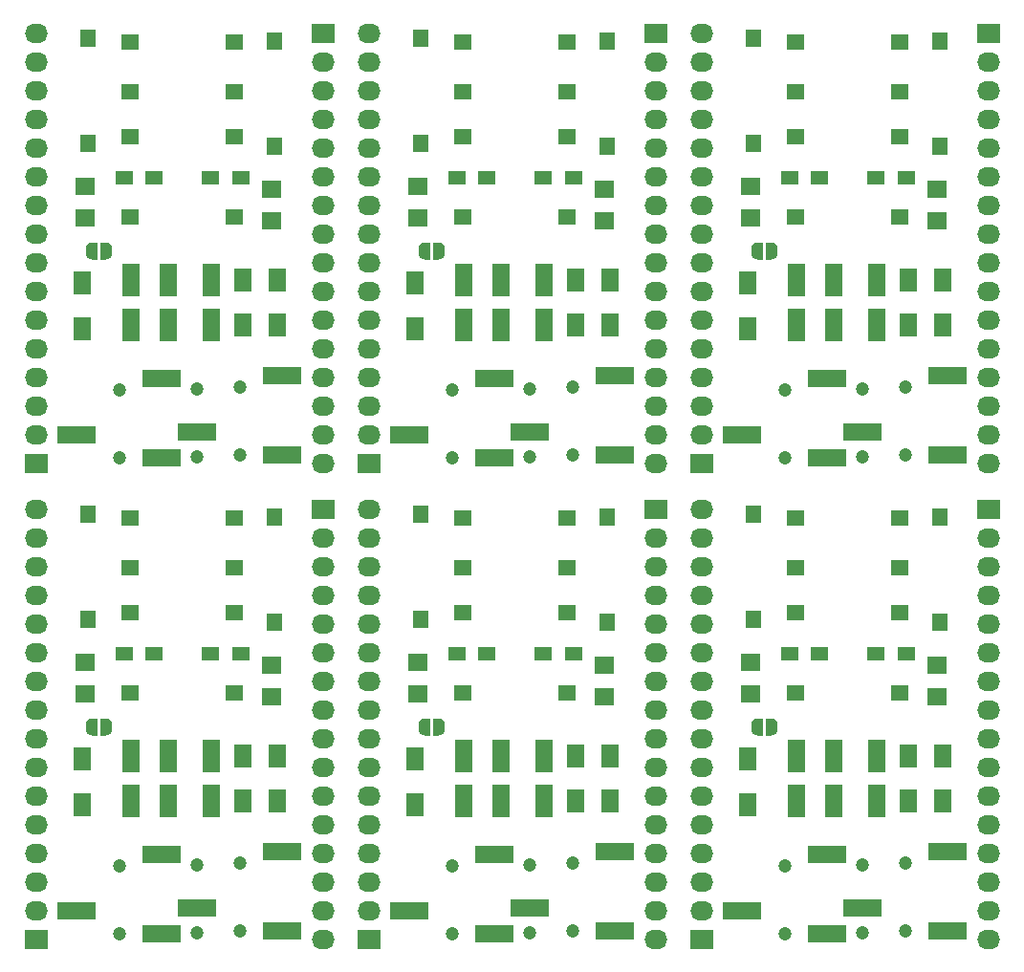
<source format=gbr>
G04 #@! TF.GenerationSoftware,KiCad,Pcbnew,5.0.0-rc2-dev-unknown-b813eac~63~ubuntu16.04.1*
G04 #@! TF.CreationDate,2018-04-08T16:52:17+02:00*
G04 #@! TF.ProjectId,f-6188multi,662D363138386D756C74692E6B696361,rev?*
G04 #@! TF.SameCoordinates,Original*
G04 #@! TF.FileFunction,Soldermask,Top*
G04 #@! TF.FilePolarity,Negative*
%FSLAX46Y46*%
G04 Gerber Fmt 4.6, Leading zero omitted, Abs format (unit mm)*
G04 Created by KiCad (PCBNEW 5.0.0-rc2-dev-unknown-b813eac~63~ubuntu16.04.1) date Sun Apr  8 16:52:17 2018*
%MOMM*%
%LPD*%
G01*
G04 APERTURE LIST*
%ADD10R,1.800860X1.597660*%
%ADD11C,1.200000*%
%ADD12R,3.500000X1.500000*%
%ADD13R,1.400000X1.500000*%
%ADD14R,1.500000X1.400000*%
%ADD15R,1.600000X2.000000*%
%ADD16R,1.501140X2.999740*%
%ADD17R,1.500000X1.300000*%
%ADD18O,2.032000X1.727200*%
%ADD19R,2.032000X1.727200*%
%ADD20R,0.500000X1.500000*%
%ADD21C,0.050000*%
%ADD22C,1.000000*%
G04 APERTURE END LIST*
D10*
X178816000Y-120037860D03*
X178816000Y-117198140D03*
D11*
X181864000Y-135224000D03*
D12*
X185614000Y-134224000D03*
X178114000Y-139224000D03*
X185614000Y-141224000D03*
D11*
X181864000Y-141224000D03*
D13*
X195580000Y-104316000D03*
X195580000Y-113616000D03*
D14*
X192102000Y-112776000D03*
X182802000Y-112776000D03*
D15*
X178562000Y-129794000D03*
X178562000Y-125794000D03*
D13*
X179070000Y-104062000D03*
X179070000Y-113362000D03*
D14*
X192102000Y-119888000D03*
X182802000Y-119888000D03*
D16*
X186182000Y-125509020D03*
X186182000Y-129506980D03*
D17*
X182292000Y-116433600D03*
X184992000Y-116433600D03*
D10*
X195326000Y-117452140D03*
X195326000Y-120291860D03*
D18*
X199898000Y-141732000D03*
X199898000Y-139192000D03*
X199898000Y-136652000D03*
X199898000Y-134112000D03*
X199898000Y-131572000D03*
X199898000Y-129032000D03*
X199898000Y-126492000D03*
X199898000Y-123952000D03*
X199898000Y-121412000D03*
X199898000Y-118872000D03*
X199898000Y-116332000D03*
X199898000Y-113792000D03*
X199898000Y-111252000D03*
X199898000Y-108712000D03*
X199898000Y-106172000D03*
D19*
X199898000Y-103632000D03*
D14*
X192102000Y-104394000D03*
X182802000Y-104394000D03*
D19*
X174498000Y-141732000D03*
D18*
X174498000Y-139192000D03*
X174498000Y-136652000D03*
X174498000Y-134112000D03*
X174498000Y-131572000D03*
X174498000Y-129032000D03*
X174498000Y-126492000D03*
X174498000Y-123952000D03*
X174498000Y-121412000D03*
X174498000Y-118872000D03*
X174498000Y-116332000D03*
X174498000Y-113792000D03*
X174498000Y-111252000D03*
X174498000Y-108712000D03*
X174498000Y-106172000D03*
X174498000Y-103632000D03*
D14*
X192102000Y-108864400D03*
X182802000Y-108864400D03*
D11*
X188722000Y-135145000D03*
X188722000Y-141145000D03*
D16*
X190068200Y-129473960D03*
X190068200Y-125476000D03*
X182880000Y-129506980D03*
X182880000Y-125509020D03*
D15*
X192786000Y-125508000D03*
X192786000Y-129508000D03*
X195834000Y-129508000D03*
X195834000Y-125508000D03*
D17*
X189962800Y-116433600D03*
X192662800Y-116433600D03*
D20*
X180486000Y-122936000D03*
X179686000Y-122936000D03*
D21*
G36*
X179485010Y-122188408D02*
X179533546Y-122195607D01*
X179581143Y-122207530D01*
X179627343Y-122224060D01*
X179671699Y-122245039D01*
X179713786Y-122270265D01*
X179753198Y-122299495D01*
X179789554Y-122332447D01*
X179822506Y-122368803D01*
X179851736Y-122408215D01*
X179876962Y-122450302D01*
X179897941Y-122494658D01*
X179914471Y-122540858D01*
X179926394Y-122588455D01*
X179933593Y-122636991D01*
X179936001Y-122686000D01*
X179936001Y-123186000D01*
X179933593Y-123235009D01*
X179926394Y-123283545D01*
X179914471Y-123331142D01*
X179897941Y-123377342D01*
X179876962Y-123421698D01*
X179851736Y-123463785D01*
X179822506Y-123503197D01*
X179789554Y-123539553D01*
X179753198Y-123572505D01*
X179713786Y-123601735D01*
X179671699Y-123626961D01*
X179627343Y-123647940D01*
X179581143Y-123664470D01*
X179533546Y-123676393D01*
X179485010Y-123683592D01*
X179436001Y-123686000D01*
X179435999Y-123686000D01*
X179386990Y-123683592D01*
X179338454Y-123676393D01*
X179290857Y-123664470D01*
X179244657Y-123647940D01*
X179200301Y-123626961D01*
X179158214Y-123601735D01*
X179118802Y-123572505D01*
X179082446Y-123539553D01*
X179049494Y-123503197D01*
X179020264Y-123463785D01*
X178995038Y-123421698D01*
X178974059Y-123377342D01*
X178957529Y-123331142D01*
X178945606Y-123283545D01*
X178938407Y-123235009D01*
X178935999Y-123186000D01*
X178935999Y-122686000D01*
X178938407Y-122636991D01*
X178945606Y-122588455D01*
X178957529Y-122540858D01*
X178974059Y-122494658D01*
X178995038Y-122450302D01*
X179020264Y-122408215D01*
X179049494Y-122368803D01*
X179082446Y-122332447D01*
X179118802Y-122299495D01*
X179158214Y-122270265D01*
X179200301Y-122245039D01*
X179244657Y-122224060D01*
X179290857Y-122207530D01*
X179338454Y-122195607D01*
X179386990Y-122188408D01*
X179435999Y-122186000D01*
X179436001Y-122186000D01*
X179485010Y-122188408D01*
X179485010Y-122188408D01*
G37*
D22*
X179436000Y-122936000D03*
D21*
G36*
X180785010Y-122188408D02*
X180833546Y-122195607D01*
X180881143Y-122207530D01*
X180927343Y-122224060D01*
X180971699Y-122245039D01*
X181013786Y-122270265D01*
X181053198Y-122299495D01*
X181089554Y-122332447D01*
X181122506Y-122368803D01*
X181151736Y-122408215D01*
X181176962Y-122450302D01*
X181197941Y-122494658D01*
X181214471Y-122540858D01*
X181226394Y-122588455D01*
X181233593Y-122636991D01*
X181236001Y-122686000D01*
X181236001Y-123186000D01*
X181233593Y-123235009D01*
X181226394Y-123283545D01*
X181214471Y-123331142D01*
X181197941Y-123377342D01*
X181176962Y-123421698D01*
X181151736Y-123463785D01*
X181122506Y-123503197D01*
X181089554Y-123539553D01*
X181053198Y-123572505D01*
X181013786Y-123601735D01*
X180971699Y-123626961D01*
X180927343Y-123647940D01*
X180881143Y-123664470D01*
X180833546Y-123676393D01*
X180785010Y-123683592D01*
X180736001Y-123686000D01*
X180735999Y-123686000D01*
X180686990Y-123683592D01*
X180638454Y-123676393D01*
X180590857Y-123664470D01*
X180544657Y-123647940D01*
X180500301Y-123626961D01*
X180458214Y-123601735D01*
X180418802Y-123572505D01*
X180382446Y-123539553D01*
X180349494Y-123503197D01*
X180320264Y-123463785D01*
X180295038Y-123421698D01*
X180274059Y-123377342D01*
X180257529Y-123331142D01*
X180245606Y-123283545D01*
X180238407Y-123235009D01*
X180235999Y-123186000D01*
X180235999Y-122686000D01*
X180238407Y-122636991D01*
X180245606Y-122588455D01*
X180257529Y-122540858D01*
X180274059Y-122494658D01*
X180295038Y-122450302D01*
X180320264Y-122408215D01*
X180349494Y-122368803D01*
X180382446Y-122332447D01*
X180418802Y-122299495D01*
X180458214Y-122270265D01*
X180500301Y-122245039D01*
X180544657Y-122224060D01*
X180590857Y-122207530D01*
X180638454Y-122195607D01*
X180686990Y-122188408D01*
X180735999Y-122186000D01*
X180736001Y-122186000D01*
X180785010Y-122188408D01*
X180785010Y-122188408D01*
G37*
D22*
X180736000Y-122936000D03*
D11*
X192532000Y-134970000D03*
D12*
X196282000Y-133970000D03*
X188782000Y-138970000D03*
X196282000Y-140970000D03*
D11*
X192532000Y-140970000D03*
D10*
X149352000Y-120037860D03*
X149352000Y-117198140D03*
D11*
X152400000Y-135224000D03*
D12*
X156150000Y-134224000D03*
X148650000Y-139224000D03*
X156150000Y-141224000D03*
D11*
X152400000Y-141224000D03*
D13*
X166116000Y-104316000D03*
X166116000Y-113616000D03*
D14*
X162638000Y-112776000D03*
X153338000Y-112776000D03*
D15*
X149098000Y-129794000D03*
X149098000Y-125794000D03*
D13*
X149606000Y-104062000D03*
X149606000Y-113362000D03*
D14*
X162638000Y-119888000D03*
X153338000Y-119888000D03*
D16*
X156718000Y-125509020D03*
X156718000Y-129506980D03*
D17*
X152828000Y-116433600D03*
X155528000Y-116433600D03*
D10*
X165862000Y-117452140D03*
X165862000Y-120291860D03*
D18*
X170434000Y-141732000D03*
X170434000Y-139192000D03*
X170434000Y-136652000D03*
X170434000Y-134112000D03*
X170434000Y-131572000D03*
X170434000Y-129032000D03*
X170434000Y-126492000D03*
X170434000Y-123952000D03*
X170434000Y-121412000D03*
X170434000Y-118872000D03*
X170434000Y-116332000D03*
X170434000Y-113792000D03*
X170434000Y-111252000D03*
X170434000Y-108712000D03*
X170434000Y-106172000D03*
D19*
X170434000Y-103632000D03*
D14*
X162638000Y-104394000D03*
X153338000Y-104394000D03*
D19*
X145034000Y-141732000D03*
D18*
X145034000Y-139192000D03*
X145034000Y-136652000D03*
X145034000Y-134112000D03*
X145034000Y-131572000D03*
X145034000Y-129032000D03*
X145034000Y-126492000D03*
X145034000Y-123952000D03*
X145034000Y-121412000D03*
X145034000Y-118872000D03*
X145034000Y-116332000D03*
X145034000Y-113792000D03*
X145034000Y-111252000D03*
X145034000Y-108712000D03*
X145034000Y-106172000D03*
X145034000Y-103632000D03*
D14*
X162638000Y-108864400D03*
X153338000Y-108864400D03*
D11*
X159258000Y-135145000D03*
X159258000Y-141145000D03*
D16*
X160604200Y-129473960D03*
X160604200Y-125476000D03*
X153416000Y-129506980D03*
X153416000Y-125509020D03*
D15*
X163322000Y-125508000D03*
X163322000Y-129508000D03*
X166370000Y-129508000D03*
X166370000Y-125508000D03*
D17*
X160498800Y-116433600D03*
X163198800Y-116433600D03*
D20*
X151022000Y-122936000D03*
X150222000Y-122936000D03*
D21*
G36*
X150021010Y-122188408D02*
X150069546Y-122195607D01*
X150117143Y-122207530D01*
X150163343Y-122224060D01*
X150207699Y-122245039D01*
X150249786Y-122270265D01*
X150289198Y-122299495D01*
X150325554Y-122332447D01*
X150358506Y-122368803D01*
X150387736Y-122408215D01*
X150412962Y-122450302D01*
X150433941Y-122494658D01*
X150450471Y-122540858D01*
X150462394Y-122588455D01*
X150469593Y-122636991D01*
X150472001Y-122686000D01*
X150472001Y-123186000D01*
X150469593Y-123235009D01*
X150462394Y-123283545D01*
X150450471Y-123331142D01*
X150433941Y-123377342D01*
X150412962Y-123421698D01*
X150387736Y-123463785D01*
X150358506Y-123503197D01*
X150325554Y-123539553D01*
X150289198Y-123572505D01*
X150249786Y-123601735D01*
X150207699Y-123626961D01*
X150163343Y-123647940D01*
X150117143Y-123664470D01*
X150069546Y-123676393D01*
X150021010Y-123683592D01*
X149972001Y-123686000D01*
X149971999Y-123686000D01*
X149922990Y-123683592D01*
X149874454Y-123676393D01*
X149826857Y-123664470D01*
X149780657Y-123647940D01*
X149736301Y-123626961D01*
X149694214Y-123601735D01*
X149654802Y-123572505D01*
X149618446Y-123539553D01*
X149585494Y-123503197D01*
X149556264Y-123463785D01*
X149531038Y-123421698D01*
X149510059Y-123377342D01*
X149493529Y-123331142D01*
X149481606Y-123283545D01*
X149474407Y-123235009D01*
X149471999Y-123186000D01*
X149471999Y-122686000D01*
X149474407Y-122636991D01*
X149481606Y-122588455D01*
X149493529Y-122540858D01*
X149510059Y-122494658D01*
X149531038Y-122450302D01*
X149556264Y-122408215D01*
X149585494Y-122368803D01*
X149618446Y-122332447D01*
X149654802Y-122299495D01*
X149694214Y-122270265D01*
X149736301Y-122245039D01*
X149780657Y-122224060D01*
X149826857Y-122207530D01*
X149874454Y-122195607D01*
X149922990Y-122188408D01*
X149971999Y-122186000D01*
X149972001Y-122186000D01*
X150021010Y-122188408D01*
X150021010Y-122188408D01*
G37*
D22*
X149972000Y-122936000D03*
D21*
G36*
X151321010Y-122188408D02*
X151369546Y-122195607D01*
X151417143Y-122207530D01*
X151463343Y-122224060D01*
X151507699Y-122245039D01*
X151549786Y-122270265D01*
X151589198Y-122299495D01*
X151625554Y-122332447D01*
X151658506Y-122368803D01*
X151687736Y-122408215D01*
X151712962Y-122450302D01*
X151733941Y-122494658D01*
X151750471Y-122540858D01*
X151762394Y-122588455D01*
X151769593Y-122636991D01*
X151772001Y-122686000D01*
X151772001Y-123186000D01*
X151769593Y-123235009D01*
X151762394Y-123283545D01*
X151750471Y-123331142D01*
X151733941Y-123377342D01*
X151712962Y-123421698D01*
X151687736Y-123463785D01*
X151658506Y-123503197D01*
X151625554Y-123539553D01*
X151589198Y-123572505D01*
X151549786Y-123601735D01*
X151507699Y-123626961D01*
X151463343Y-123647940D01*
X151417143Y-123664470D01*
X151369546Y-123676393D01*
X151321010Y-123683592D01*
X151272001Y-123686000D01*
X151271999Y-123686000D01*
X151222990Y-123683592D01*
X151174454Y-123676393D01*
X151126857Y-123664470D01*
X151080657Y-123647940D01*
X151036301Y-123626961D01*
X150994214Y-123601735D01*
X150954802Y-123572505D01*
X150918446Y-123539553D01*
X150885494Y-123503197D01*
X150856264Y-123463785D01*
X150831038Y-123421698D01*
X150810059Y-123377342D01*
X150793529Y-123331142D01*
X150781606Y-123283545D01*
X150774407Y-123235009D01*
X150771999Y-123186000D01*
X150771999Y-122686000D01*
X150774407Y-122636991D01*
X150781606Y-122588455D01*
X150793529Y-122540858D01*
X150810059Y-122494658D01*
X150831038Y-122450302D01*
X150856264Y-122408215D01*
X150885494Y-122368803D01*
X150918446Y-122332447D01*
X150954802Y-122299495D01*
X150994214Y-122270265D01*
X151036301Y-122245039D01*
X151080657Y-122224060D01*
X151126857Y-122207530D01*
X151174454Y-122195607D01*
X151222990Y-122188408D01*
X151271999Y-122186000D01*
X151272001Y-122186000D01*
X151321010Y-122188408D01*
X151321010Y-122188408D01*
G37*
D22*
X151272000Y-122936000D03*
D11*
X163068000Y-134970000D03*
D12*
X166818000Y-133970000D03*
X159318000Y-138970000D03*
X166818000Y-140970000D03*
D11*
X163068000Y-140970000D03*
D10*
X119888000Y-120037860D03*
X119888000Y-117198140D03*
D11*
X122936000Y-135224000D03*
D12*
X126686000Y-134224000D03*
X119186000Y-139224000D03*
X126686000Y-141224000D03*
D11*
X122936000Y-141224000D03*
D13*
X136652000Y-104316000D03*
X136652000Y-113616000D03*
D14*
X133174000Y-112776000D03*
X123874000Y-112776000D03*
D15*
X119634000Y-129794000D03*
X119634000Y-125794000D03*
D13*
X120142000Y-104062000D03*
X120142000Y-113362000D03*
D14*
X133174000Y-119888000D03*
X123874000Y-119888000D03*
D16*
X127254000Y-125509020D03*
X127254000Y-129506980D03*
D17*
X123364000Y-116433600D03*
X126064000Y-116433600D03*
D10*
X136398000Y-117452140D03*
X136398000Y-120291860D03*
D18*
X140970000Y-141732000D03*
X140970000Y-139192000D03*
X140970000Y-136652000D03*
X140970000Y-134112000D03*
X140970000Y-131572000D03*
X140970000Y-129032000D03*
X140970000Y-126492000D03*
X140970000Y-123952000D03*
X140970000Y-121412000D03*
X140970000Y-118872000D03*
X140970000Y-116332000D03*
X140970000Y-113792000D03*
X140970000Y-111252000D03*
X140970000Y-108712000D03*
X140970000Y-106172000D03*
D19*
X140970000Y-103632000D03*
D14*
X133174000Y-104394000D03*
X123874000Y-104394000D03*
D19*
X115570000Y-141732000D03*
D18*
X115570000Y-139192000D03*
X115570000Y-136652000D03*
X115570000Y-134112000D03*
X115570000Y-131572000D03*
X115570000Y-129032000D03*
X115570000Y-126492000D03*
X115570000Y-123952000D03*
X115570000Y-121412000D03*
X115570000Y-118872000D03*
X115570000Y-116332000D03*
X115570000Y-113792000D03*
X115570000Y-111252000D03*
X115570000Y-108712000D03*
X115570000Y-106172000D03*
X115570000Y-103632000D03*
D14*
X133174000Y-108864400D03*
X123874000Y-108864400D03*
D11*
X129794000Y-135145000D03*
X129794000Y-141145000D03*
D16*
X131140200Y-129473960D03*
X131140200Y-125476000D03*
X123952000Y-129506980D03*
X123952000Y-125509020D03*
D15*
X133858000Y-125508000D03*
X133858000Y-129508000D03*
X136906000Y-129508000D03*
X136906000Y-125508000D03*
D17*
X131034800Y-116433600D03*
X133734800Y-116433600D03*
D20*
X121558000Y-122936000D03*
X120758000Y-122936000D03*
D21*
G36*
X120557010Y-122188408D02*
X120605546Y-122195607D01*
X120653143Y-122207530D01*
X120699343Y-122224060D01*
X120743699Y-122245039D01*
X120785786Y-122270265D01*
X120825198Y-122299495D01*
X120861554Y-122332447D01*
X120894506Y-122368803D01*
X120923736Y-122408215D01*
X120948962Y-122450302D01*
X120969941Y-122494658D01*
X120986471Y-122540858D01*
X120998394Y-122588455D01*
X121005593Y-122636991D01*
X121008001Y-122686000D01*
X121008001Y-123186000D01*
X121005593Y-123235009D01*
X120998394Y-123283545D01*
X120986471Y-123331142D01*
X120969941Y-123377342D01*
X120948962Y-123421698D01*
X120923736Y-123463785D01*
X120894506Y-123503197D01*
X120861554Y-123539553D01*
X120825198Y-123572505D01*
X120785786Y-123601735D01*
X120743699Y-123626961D01*
X120699343Y-123647940D01*
X120653143Y-123664470D01*
X120605546Y-123676393D01*
X120557010Y-123683592D01*
X120508001Y-123686000D01*
X120507999Y-123686000D01*
X120458990Y-123683592D01*
X120410454Y-123676393D01*
X120362857Y-123664470D01*
X120316657Y-123647940D01*
X120272301Y-123626961D01*
X120230214Y-123601735D01*
X120190802Y-123572505D01*
X120154446Y-123539553D01*
X120121494Y-123503197D01*
X120092264Y-123463785D01*
X120067038Y-123421698D01*
X120046059Y-123377342D01*
X120029529Y-123331142D01*
X120017606Y-123283545D01*
X120010407Y-123235009D01*
X120007999Y-123186000D01*
X120007999Y-122686000D01*
X120010407Y-122636991D01*
X120017606Y-122588455D01*
X120029529Y-122540858D01*
X120046059Y-122494658D01*
X120067038Y-122450302D01*
X120092264Y-122408215D01*
X120121494Y-122368803D01*
X120154446Y-122332447D01*
X120190802Y-122299495D01*
X120230214Y-122270265D01*
X120272301Y-122245039D01*
X120316657Y-122224060D01*
X120362857Y-122207530D01*
X120410454Y-122195607D01*
X120458990Y-122188408D01*
X120507999Y-122186000D01*
X120508001Y-122186000D01*
X120557010Y-122188408D01*
X120557010Y-122188408D01*
G37*
D22*
X120508000Y-122936000D03*
D21*
G36*
X121857010Y-122188408D02*
X121905546Y-122195607D01*
X121953143Y-122207530D01*
X121999343Y-122224060D01*
X122043699Y-122245039D01*
X122085786Y-122270265D01*
X122125198Y-122299495D01*
X122161554Y-122332447D01*
X122194506Y-122368803D01*
X122223736Y-122408215D01*
X122248962Y-122450302D01*
X122269941Y-122494658D01*
X122286471Y-122540858D01*
X122298394Y-122588455D01*
X122305593Y-122636991D01*
X122308001Y-122686000D01*
X122308001Y-123186000D01*
X122305593Y-123235009D01*
X122298394Y-123283545D01*
X122286471Y-123331142D01*
X122269941Y-123377342D01*
X122248962Y-123421698D01*
X122223736Y-123463785D01*
X122194506Y-123503197D01*
X122161554Y-123539553D01*
X122125198Y-123572505D01*
X122085786Y-123601735D01*
X122043699Y-123626961D01*
X121999343Y-123647940D01*
X121953143Y-123664470D01*
X121905546Y-123676393D01*
X121857010Y-123683592D01*
X121808001Y-123686000D01*
X121807999Y-123686000D01*
X121758990Y-123683592D01*
X121710454Y-123676393D01*
X121662857Y-123664470D01*
X121616657Y-123647940D01*
X121572301Y-123626961D01*
X121530214Y-123601735D01*
X121490802Y-123572505D01*
X121454446Y-123539553D01*
X121421494Y-123503197D01*
X121392264Y-123463785D01*
X121367038Y-123421698D01*
X121346059Y-123377342D01*
X121329529Y-123331142D01*
X121317606Y-123283545D01*
X121310407Y-123235009D01*
X121307999Y-123186000D01*
X121307999Y-122686000D01*
X121310407Y-122636991D01*
X121317606Y-122588455D01*
X121329529Y-122540858D01*
X121346059Y-122494658D01*
X121367038Y-122450302D01*
X121392264Y-122408215D01*
X121421494Y-122368803D01*
X121454446Y-122332447D01*
X121490802Y-122299495D01*
X121530214Y-122270265D01*
X121572301Y-122245039D01*
X121616657Y-122224060D01*
X121662857Y-122207530D01*
X121710454Y-122195607D01*
X121758990Y-122188408D01*
X121807999Y-122186000D01*
X121808001Y-122186000D01*
X121857010Y-122188408D01*
X121857010Y-122188408D01*
G37*
D22*
X121808000Y-122936000D03*
D11*
X133604000Y-134970000D03*
D12*
X137354000Y-133970000D03*
X129854000Y-138970000D03*
X137354000Y-140970000D03*
D11*
X133604000Y-140970000D03*
D10*
X178816000Y-77873860D03*
X178816000Y-75034140D03*
D11*
X181864000Y-93060000D03*
D12*
X185614000Y-92060000D03*
X178114000Y-97060000D03*
X185614000Y-99060000D03*
D11*
X181864000Y-99060000D03*
D13*
X195580000Y-62152000D03*
X195580000Y-71452000D03*
D14*
X192102000Y-70612000D03*
X182802000Y-70612000D03*
D15*
X178562000Y-87630000D03*
X178562000Y-83630000D03*
D13*
X179070000Y-61898000D03*
X179070000Y-71198000D03*
D14*
X192102000Y-77724000D03*
X182802000Y-77724000D03*
D16*
X186182000Y-83345020D03*
X186182000Y-87342980D03*
D17*
X182292000Y-74269600D03*
X184992000Y-74269600D03*
D10*
X195326000Y-75288140D03*
X195326000Y-78127860D03*
D18*
X199898000Y-99568000D03*
X199898000Y-97028000D03*
X199898000Y-94488000D03*
X199898000Y-91948000D03*
X199898000Y-89408000D03*
X199898000Y-86868000D03*
X199898000Y-84328000D03*
X199898000Y-81788000D03*
X199898000Y-79248000D03*
X199898000Y-76708000D03*
X199898000Y-74168000D03*
X199898000Y-71628000D03*
X199898000Y-69088000D03*
X199898000Y-66548000D03*
X199898000Y-64008000D03*
D19*
X199898000Y-61468000D03*
D14*
X192102000Y-62230000D03*
X182802000Y-62230000D03*
D19*
X174498000Y-99568000D03*
D18*
X174498000Y-97028000D03*
X174498000Y-94488000D03*
X174498000Y-91948000D03*
X174498000Y-89408000D03*
X174498000Y-86868000D03*
X174498000Y-84328000D03*
X174498000Y-81788000D03*
X174498000Y-79248000D03*
X174498000Y-76708000D03*
X174498000Y-74168000D03*
X174498000Y-71628000D03*
X174498000Y-69088000D03*
X174498000Y-66548000D03*
X174498000Y-64008000D03*
X174498000Y-61468000D03*
D14*
X192102000Y-66700400D03*
X182802000Y-66700400D03*
D11*
X188722000Y-92981000D03*
X188722000Y-98981000D03*
D16*
X190068200Y-87309960D03*
X190068200Y-83312000D03*
X182880000Y-87342980D03*
X182880000Y-83345020D03*
D15*
X192786000Y-83344000D03*
X192786000Y-87344000D03*
X195834000Y-87344000D03*
X195834000Y-83344000D03*
D17*
X189962800Y-74269600D03*
X192662800Y-74269600D03*
D20*
X180486000Y-80772000D03*
X179686000Y-80772000D03*
D21*
G36*
X179485010Y-80024408D02*
X179533546Y-80031607D01*
X179581143Y-80043530D01*
X179627343Y-80060060D01*
X179671699Y-80081039D01*
X179713786Y-80106265D01*
X179753198Y-80135495D01*
X179789554Y-80168447D01*
X179822506Y-80204803D01*
X179851736Y-80244215D01*
X179876962Y-80286302D01*
X179897941Y-80330658D01*
X179914471Y-80376858D01*
X179926394Y-80424455D01*
X179933593Y-80472991D01*
X179936001Y-80522000D01*
X179936001Y-81022000D01*
X179933593Y-81071009D01*
X179926394Y-81119545D01*
X179914471Y-81167142D01*
X179897941Y-81213342D01*
X179876962Y-81257698D01*
X179851736Y-81299785D01*
X179822506Y-81339197D01*
X179789554Y-81375553D01*
X179753198Y-81408505D01*
X179713786Y-81437735D01*
X179671699Y-81462961D01*
X179627343Y-81483940D01*
X179581143Y-81500470D01*
X179533546Y-81512393D01*
X179485010Y-81519592D01*
X179436001Y-81522000D01*
X179435999Y-81522000D01*
X179386990Y-81519592D01*
X179338454Y-81512393D01*
X179290857Y-81500470D01*
X179244657Y-81483940D01*
X179200301Y-81462961D01*
X179158214Y-81437735D01*
X179118802Y-81408505D01*
X179082446Y-81375553D01*
X179049494Y-81339197D01*
X179020264Y-81299785D01*
X178995038Y-81257698D01*
X178974059Y-81213342D01*
X178957529Y-81167142D01*
X178945606Y-81119545D01*
X178938407Y-81071009D01*
X178935999Y-81022000D01*
X178935999Y-80522000D01*
X178938407Y-80472991D01*
X178945606Y-80424455D01*
X178957529Y-80376858D01*
X178974059Y-80330658D01*
X178995038Y-80286302D01*
X179020264Y-80244215D01*
X179049494Y-80204803D01*
X179082446Y-80168447D01*
X179118802Y-80135495D01*
X179158214Y-80106265D01*
X179200301Y-80081039D01*
X179244657Y-80060060D01*
X179290857Y-80043530D01*
X179338454Y-80031607D01*
X179386990Y-80024408D01*
X179435999Y-80022000D01*
X179436001Y-80022000D01*
X179485010Y-80024408D01*
X179485010Y-80024408D01*
G37*
D22*
X179436000Y-80772000D03*
D21*
G36*
X180785010Y-80024408D02*
X180833546Y-80031607D01*
X180881143Y-80043530D01*
X180927343Y-80060060D01*
X180971699Y-80081039D01*
X181013786Y-80106265D01*
X181053198Y-80135495D01*
X181089554Y-80168447D01*
X181122506Y-80204803D01*
X181151736Y-80244215D01*
X181176962Y-80286302D01*
X181197941Y-80330658D01*
X181214471Y-80376858D01*
X181226394Y-80424455D01*
X181233593Y-80472991D01*
X181236001Y-80522000D01*
X181236001Y-81022000D01*
X181233593Y-81071009D01*
X181226394Y-81119545D01*
X181214471Y-81167142D01*
X181197941Y-81213342D01*
X181176962Y-81257698D01*
X181151736Y-81299785D01*
X181122506Y-81339197D01*
X181089554Y-81375553D01*
X181053198Y-81408505D01*
X181013786Y-81437735D01*
X180971699Y-81462961D01*
X180927343Y-81483940D01*
X180881143Y-81500470D01*
X180833546Y-81512393D01*
X180785010Y-81519592D01*
X180736001Y-81522000D01*
X180735999Y-81522000D01*
X180686990Y-81519592D01*
X180638454Y-81512393D01*
X180590857Y-81500470D01*
X180544657Y-81483940D01*
X180500301Y-81462961D01*
X180458214Y-81437735D01*
X180418802Y-81408505D01*
X180382446Y-81375553D01*
X180349494Y-81339197D01*
X180320264Y-81299785D01*
X180295038Y-81257698D01*
X180274059Y-81213342D01*
X180257529Y-81167142D01*
X180245606Y-81119545D01*
X180238407Y-81071009D01*
X180235999Y-81022000D01*
X180235999Y-80522000D01*
X180238407Y-80472991D01*
X180245606Y-80424455D01*
X180257529Y-80376858D01*
X180274059Y-80330658D01*
X180295038Y-80286302D01*
X180320264Y-80244215D01*
X180349494Y-80204803D01*
X180382446Y-80168447D01*
X180418802Y-80135495D01*
X180458214Y-80106265D01*
X180500301Y-80081039D01*
X180544657Y-80060060D01*
X180590857Y-80043530D01*
X180638454Y-80031607D01*
X180686990Y-80024408D01*
X180735999Y-80022000D01*
X180736001Y-80022000D01*
X180785010Y-80024408D01*
X180785010Y-80024408D01*
G37*
D22*
X180736000Y-80772000D03*
D11*
X192532000Y-92806000D03*
D12*
X196282000Y-91806000D03*
X188782000Y-96806000D03*
X196282000Y-98806000D03*
D11*
X192532000Y-98806000D03*
D10*
X149352000Y-77873860D03*
X149352000Y-75034140D03*
D11*
X152400000Y-93060000D03*
D12*
X156150000Y-92060000D03*
X148650000Y-97060000D03*
X156150000Y-99060000D03*
D11*
X152400000Y-99060000D03*
D13*
X166116000Y-62152000D03*
X166116000Y-71452000D03*
D14*
X162638000Y-70612000D03*
X153338000Y-70612000D03*
D15*
X149098000Y-87630000D03*
X149098000Y-83630000D03*
D13*
X149606000Y-61898000D03*
X149606000Y-71198000D03*
D14*
X162638000Y-77724000D03*
X153338000Y-77724000D03*
D16*
X156718000Y-83345020D03*
X156718000Y-87342980D03*
D17*
X152828000Y-74269600D03*
X155528000Y-74269600D03*
D10*
X165862000Y-75288140D03*
X165862000Y-78127860D03*
D18*
X170434000Y-99568000D03*
X170434000Y-97028000D03*
X170434000Y-94488000D03*
X170434000Y-91948000D03*
X170434000Y-89408000D03*
X170434000Y-86868000D03*
X170434000Y-84328000D03*
X170434000Y-81788000D03*
X170434000Y-79248000D03*
X170434000Y-76708000D03*
X170434000Y-74168000D03*
X170434000Y-71628000D03*
X170434000Y-69088000D03*
X170434000Y-66548000D03*
X170434000Y-64008000D03*
D19*
X170434000Y-61468000D03*
D14*
X162638000Y-62230000D03*
X153338000Y-62230000D03*
D19*
X145034000Y-99568000D03*
D18*
X145034000Y-97028000D03*
X145034000Y-94488000D03*
X145034000Y-91948000D03*
X145034000Y-89408000D03*
X145034000Y-86868000D03*
X145034000Y-84328000D03*
X145034000Y-81788000D03*
X145034000Y-79248000D03*
X145034000Y-76708000D03*
X145034000Y-74168000D03*
X145034000Y-71628000D03*
X145034000Y-69088000D03*
X145034000Y-66548000D03*
X145034000Y-64008000D03*
X145034000Y-61468000D03*
D14*
X162638000Y-66700400D03*
X153338000Y-66700400D03*
D11*
X159258000Y-92981000D03*
X159258000Y-98981000D03*
D16*
X160604200Y-87309960D03*
X160604200Y-83312000D03*
X153416000Y-87342980D03*
X153416000Y-83345020D03*
D15*
X163322000Y-83344000D03*
X163322000Y-87344000D03*
X166370000Y-87344000D03*
X166370000Y-83344000D03*
D17*
X160498800Y-74269600D03*
X163198800Y-74269600D03*
D20*
X151022000Y-80772000D03*
X150222000Y-80772000D03*
D21*
G36*
X150021010Y-80024408D02*
X150069546Y-80031607D01*
X150117143Y-80043530D01*
X150163343Y-80060060D01*
X150207699Y-80081039D01*
X150249786Y-80106265D01*
X150289198Y-80135495D01*
X150325554Y-80168447D01*
X150358506Y-80204803D01*
X150387736Y-80244215D01*
X150412962Y-80286302D01*
X150433941Y-80330658D01*
X150450471Y-80376858D01*
X150462394Y-80424455D01*
X150469593Y-80472991D01*
X150472001Y-80522000D01*
X150472001Y-81022000D01*
X150469593Y-81071009D01*
X150462394Y-81119545D01*
X150450471Y-81167142D01*
X150433941Y-81213342D01*
X150412962Y-81257698D01*
X150387736Y-81299785D01*
X150358506Y-81339197D01*
X150325554Y-81375553D01*
X150289198Y-81408505D01*
X150249786Y-81437735D01*
X150207699Y-81462961D01*
X150163343Y-81483940D01*
X150117143Y-81500470D01*
X150069546Y-81512393D01*
X150021010Y-81519592D01*
X149972001Y-81522000D01*
X149971999Y-81522000D01*
X149922990Y-81519592D01*
X149874454Y-81512393D01*
X149826857Y-81500470D01*
X149780657Y-81483940D01*
X149736301Y-81462961D01*
X149694214Y-81437735D01*
X149654802Y-81408505D01*
X149618446Y-81375553D01*
X149585494Y-81339197D01*
X149556264Y-81299785D01*
X149531038Y-81257698D01*
X149510059Y-81213342D01*
X149493529Y-81167142D01*
X149481606Y-81119545D01*
X149474407Y-81071009D01*
X149471999Y-81022000D01*
X149471999Y-80522000D01*
X149474407Y-80472991D01*
X149481606Y-80424455D01*
X149493529Y-80376858D01*
X149510059Y-80330658D01*
X149531038Y-80286302D01*
X149556264Y-80244215D01*
X149585494Y-80204803D01*
X149618446Y-80168447D01*
X149654802Y-80135495D01*
X149694214Y-80106265D01*
X149736301Y-80081039D01*
X149780657Y-80060060D01*
X149826857Y-80043530D01*
X149874454Y-80031607D01*
X149922990Y-80024408D01*
X149971999Y-80022000D01*
X149972001Y-80022000D01*
X150021010Y-80024408D01*
X150021010Y-80024408D01*
G37*
D22*
X149972000Y-80772000D03*
D21*
G36*
X151321010Y-80024408D02*
X151369546Y-80031607D01*
X151417143Y-80043530D01*
X151463343Y-80060060D01*
X151507699Y-80081039D01*
X151549786Y-80106265D01*
X151589198Y-80135495D01*
X151625554Y-80168447D01*
X151658506Y-80204803D01*
X151687736Y-80244215D01*
X151712962Y-80286302D01*
X151733941Y-80330658D01*
X151750471Y-80376858D01*
X151762394Y-80424455D01*
X151769593Y-80472991D01*
X151772001Y-80522000D01*
X151772001Y-81022000D01*
X151769593Y-81071009D01*
X151762394Y-81119545D01*
X151750471Y-81167142D01*
X151733941Y-81213342D01*
X151712962Y-81257698D01*
X151687736Y-81299785D01*
X151658506Y-81339197D01*
X151625554Y-81375553D01*
X151589198Y-81408505D01*
X151549786Y-81437735D01*
X151507699Y-81462961D01*
X151463343Y-81483940D01*
X151417143Y-81500470D01*
X151369546Y-81512393D01*
X151321010Y-81519592D01*
X151272001Y-81522000D01*
X151271999Y-81522000D01*
X151222990Y-81519592D01*
X151174454Y-81512393D01*
X151126857Y-81500470D01*
X151080657Y-81483940D01*
X151036301Y-81462961D01*
X150994214Y-81437735D01*
X150954802Y-81408505D01*
X150918446Y-81375553D01*
X150885494Y-81339197D01*
X150856264Y-81299785D01*
X150831038Y-81257698D01*
X150810059Y-81213342D01*
X150793529Y-81167142D01*
X150781606Y-81119545D01*
X150774407Y-81071009D01*
X150771999Y-81022000D01*
X150771999Y-80522000D01*
X150774407Y-80472991D01*
X150781606Y-80424455D01*
X150793529Y-80376858D01*
X150810059Y-80330658D01*
X150831038Y-80286302D01*
X150856264Y-80244215D01*
X150885494Y-80204803D01*
X150918446Y-80168447D01*
X150954802Y-80135495D01*
X150994214Y-80106265D01*
X151036301Y-80081039D01*
X151080657Y-80060060D01*
X151126857Y-80043530D01*
X151174454Y-80031607D01*
X151222990Y-80024408D01*
X151271999Y-80022000D01*
X151272001Y-80022000D01*
X151321010Y-80024408D01*
X151321010Y-80024408D01*
G37*
D22*
X151272000Y-80772000D03*
D11*
X163068000Y-92806000D03*
D12*
X166818000Y-91806000D03*
X159318000Y-96806000D03*
X166818000Y-98806000D03*
D11*
X163068000Y-98806000D03*
D14*
X123874000Y-77724000D03*
X133174000Y-77724000D03*
D13*
X136652000Y-71452000D03*
X136652000Y-62152000D03*
X120142000Y-71198000D03*
X120142000Y-61898000D03*
D14*
X123874000Y-70612000D03*
X133174000Y-70612000D03*
X123874000Y-66700400D03*
X133174000Y-66700400D03*
X123874000Y-62230000D03*
X133174000Y-62230000D03*
D11*
X122936000Y-99060000D03*
D12*
X126686000Y-99060000D03*
X119186000Y-97060000D03*
X126686000Y-92060000D03*
D11*
X122936000Y-93060000D03*
X133604000Y-98806000D03*
D12*
X137354000Y-98806000D03*
X129854000Y-96806000D03*
X137354000Y-91806000D03*
D11*
X133604000Y-92806000D03*
D16*
X123952000Y-83345020D03*
X123952000Y-87342980D03*
D18*
X115570000Y-61468000D03*
X115570000Y-64008000D03*
X115570000Y-66548000D03*
X115570000Y-69088000D03*
X115570000Y-71628000D03*
X115570000Y-74168000D03*
X115570000Y-76708000D03*
X115570000Y-79248000D03*
X115570000Y-81788000D03*
X115570000Y-84328000D03*
X115570000Y-86868000D03*
X115570000Y-89408000D03*
X115570000Y-91948000D03*
X115570000Y-94488000D03*
X115570000Y-97028000D03*
D19*
X115570000Y-99568000D03*
X140970000Y-61468000D03*
D18*
X140970000Y-64008000D03*
X140970000Y-66548000D03*
X140970000Y-69088000D03*
X140970000Y-71628000D03*
X140970000Y-74168000D03*
X140970000Y-76708000D03*
X140970000Y-79248000D03*
X140970000Y-81788000D03*
X140970000Y-84328000D03*
X140970000Y-86868000D03*
X140970000Y-89408000D03*
X140970000Y-91948000D03*
X140970000Y-94488000D03*
X140970000Y-97028000D03*
X140970000Y-99568000D03*
D10*
X119888000Y-75034140D03*
X119888000Y-77873860D03*
X136398000Y-78127860D03*
X136398000Y-75288140D03*
D17*
X126064000Y-74269600D03*
X123364000Y-74269600D03*
X133734800Y-74269600D03*
X131034800Y-74269600D03*
D11*
X129794000Y-98981000D03*
X129794000Y-92981000D03*
D15*
X119634000Y-83630000D03*
X119634000Y-87630000D03*
D16*
X131140200Y-83312000D03*
X131140200Y-87309960D03*
X127254000Y-87342980D03*
X127254000Y-83345020D03*
D15*
X133858000Y-87344000D03*
X133858000Y-83344000D03*
X136906000Y-83344000D03*
X136906000Y-87344000D03*
D21*
G36*
X121857010Y-80024408D02*
X121905546Y-80031607D01*
X121953143Y-80043530D01*
X121999343Y-80060060D01*
X122043699Y-80081039D01*
X122085786Y-80106265D01*
X122125198Y-80135495D01*
X122161554Y-80168447D01*
X122194506Y-80204803D01*
X122223736Y-80244215D01*
X122248962Y-80286302D01*
X122269941Y-80330658D01*
X122286471Y-80376858D01*
X122298394Y-80424455D01*
X122305593Y-80472991D01*
X122308001Y-80522000D01*
X122308001Y-81022000D01*
X122305593Y-81071009D01*
X122298394Y-81119545D01*
X122286471Y-81167142D01*
X122269941Y-81213342D01*
X122248962Y-81257698D01*
X122223736Y-81299785D01*
X122194506Y-81339197D01*
X122161554Y-81375553D01*
X122125198Y-81408505D01*
X122085786Y-81437735D01*
X122043699Y-81462961D01*
X121999343Y-81483940D01*
X121953143Y-81500470D01*
X121905546Y-81512393D01*
X121857010Y-81519592D01*
X121808001Y-81522000D01*
X121807999Y-81522000D01*
X121758990Y-81519592D01*
X121710454Y-81512393D01*
X121662857Y-81500470D01*
X121616657Y-81483940D01*
X121572301Y-81462961D01*
X121530214Y-81437735D01*
X121490802Y-81408505D01*
X121454446Y-81375553D01*
X121421494Y-81339197D01*
X121392264Y-81299785D01*
X121367038Y-81257698D01*
X121346059Y-81213342D01*
X121329529Y-81167142D01*
X121317606Y-81119545D01*
X121310407Y-81071009D01*
X121307999Y-81022000D01*
X121307999Y-80522000D01*
X121310407Y-80472991D01*
X121317606Y-80424455D01*
X121329529Y-80376858D01*
X121346059Y-80330658D01*
X121367038Y-80286302D01*
X121392264Y-80244215D01*
X121421494Y-80204803D01*
X121454446Y-80168447D01*
X121490802Y-80135495D01*
X121530214Y-80106265D01*
X121572301Y-80081039D01*
X121616657Y-80060060D01*
X121662857Y-80043530D01*
X121710454Y-80031607D01*
X121758990Y-80024408D01*
X121807999Y-80022000D01*
X121808001Y-80022000D01*
X121857010Y-80024408D01*
X121857010Y-80024408D01*
G37*
D22*
X121808000Y-80772000D03*
D21*
G36*
X120557010Y-80024408D02*
X120605546Y-80031607D01*
X120653143Y-80043530D01*
X120699343Y-80060060D01*
X120743699Y-80081039D01*
X120785786Y-80106265D01*
X120825198Y-80135495D01*
X120861554Y-80168447D01*
X120894506Y-80204803D01*
X120923736Y-80244215D01*
X120948962Y-80286302D01*
X120969941Y-80330658D01*
X120986471Y-80376858D01*
X120998394Y-80424455D01*
X121005593Y-80472991D01*
X121008001Y-80522000D01*
X121008001Y-81022000D01*
X121005593Y-81071009D01*
X120998394Y-81119545D01*
X120986471Y-81167142D01*
X120969941Y-81213342D01*
X120948962Y-81257698D01*
X120923736Y-81299785D01*
X120894506Y-81339197D01*
X120861554Y-81375553D01*
X120825198Y-81408505D01*
X120785786Y-81437735D01*
X120743699Y-81462961D01*
X120699343Y-81483940D01*
X120653143Y-81500470D01*
X120605546Y-81512393D01*
X120557010Y-81519592D01*
X120508001Y-81522000D01*
X120507999Y-81522000D01*
X120458990Y-81519592D01*
X120410454Y-81512393D01*
X120362857Y-81500470D01*
X120316657Y-81483940D01*
X120272301Y-81462961D01*
X120230214Y-81437735D01*
X120190802Y-81408505D01*
X120154446Y-81375553D01*
X120121494Y-81339197D01*
X120092264Y-81299785D01*
X120067038Y-81257698D01*
X120046059Y-81213342D01*
X120029529Y-81167142D01*
X120017606Y-81119545D01*
X120010407Y-81071009D01*
X120007999Y-81022000D01*
X120007999Y-80522000D01*
X120010407Y-80472991D01*
X120017606Y-80424455D01*
X120029529Y-80376858D01*
X120046059Y-80330658D01*
X120067038Y-80286302D01*
X120092264Y-80244215D01*
X120121494Y-80204803D01*
X120154446Y-80168447D01*
X120190802Y-80135495D01*
X120230214Y-80106265D01*
X120272301Y-80081039D01*
X120316657Y-80060060D01*
X120362857Y-80043530D01*
X120410454Y-80031607D01*
X120458990Y-80024408D01*
X120507999Y-80022000D01*
X120508001Y-80022000D01*
X120557010Y-80024408D01*
X120557010Y-80024408D01*
G37*
D22*
X120508000Y-80772000D03*
D20*
X120758000Y-80772000D03*
X121558000Y-80772000D03*
M02*

</source>
